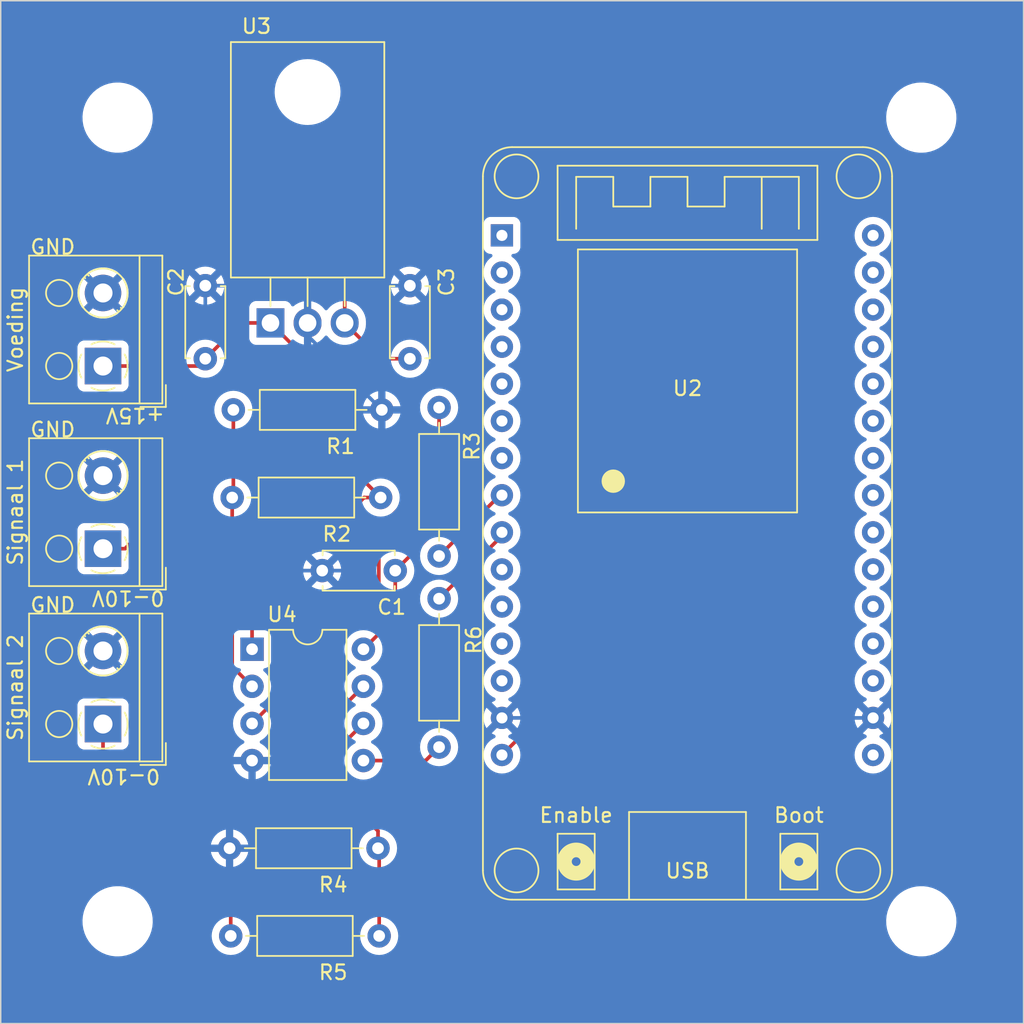
<source format=kicad_pcb>
(kicad_pcb (version 20221018) (generator pcbnew)
  (title_block (title "Afzuiging ESP32") (date "2023-02-24") (rev "0"))
  (layers (0 "F.Cu" signal) (31 "B.Cu" signal) (34 "B.Paste" user) (35 "F.Paste" user) (36 "B.SilkS" user "B.Silkscreen") (37 "F.SilkS" user "F.Silkscreen") (38 "B.Mask" user) (39 "F.Mask" user) (44 "Edge.Cuts" user))
  (net 0 "")
  (net 1 "+15V")
  (net 2 "GND")
  (net 3 "+5V")
  (net 4 "Net-(J2-Pin_1)")
  (net 5 "Net-(J3-Pin_1)")
  (net 6 "Net-(U4A--)")
  (net 7 "Net-(U2-IO25)")
  (net 8 "Net-(U4A-+)")
  (net 9 "Net-(U4B--)")
  (net 17 "Net-(U2-IO26)")
  (net 36 "Net-(U4B-+)")
  (footprint "MountingHole:MountingHole_4.3mm_M4" (layer "F.Cu") (at 87 83)
    (fp_text reference "REF**" hide)
    (fp_text value "MountingHole_4.3mm_M4" hide)
    (pad "" np_thru_hole circle (at 0 0) (size 4.3 4.3) (drill 4.3) (layers "*.Cu" "*.Mask"))
  )
  (footprint "TerminalBlock_RND:TerminalBlock_RND_205-00001_1x02_P5.00mm_Horizontal" (layer "F.Cu") (at 31 45 90)
    (fp_text reference "J1" hide)
    (fp_text value "Voeding" (at 2.5 -6 90) (layer "F.SilkS"))
    (fp_line (start -2.8 2.56) (end -2.8 4.3) (stroke (width 0.12)) (layer "F.SilkS"))
    (fp_line (start -2.8 4.3) (end -1.3 4.3) (stroke (width 0.12)) (layer "F.SilkS"))
    (fp_line (start -2.56 -5.06) (end -2.56 4.06) (stroke (width 0.12)) (layer "F.SilkS"))
    (fp_line (start -2.56 -5.06) (end 7.56 -5.06) (stroke (width 0.12)) (layer "F.SilkS"))
    (fp_line (start -2.56 2.5) (end 7.56 2.5) (stroke (width 0.12)) (layer "F.SilkS"))
    (fp_line (start -2.56 4.06) (end 7.56 4.06) (stroke (width 0.12)) (layer "F.SilkS"))
    (fp_line (start 3.82 0.976) (end 3.726 1.069) (stroke (width 0.12)) (layer "F.SilkS"))
    (fp_line (start 3.99 1.216) (end 3.931 1.274) (stroke (width 0.12)) (layer "F.SilkS"))
    (fp_line (start 6.07 -1.275) (end 6.011 -1.216) (stroke (width 0.12)) (layer "F.SilkS"))
    (fp_line (start 6.275 -1.069) (end 6.181 -0.976) (stroke (width 0.12)) (layer "F.SilkS"))
    (fp_line (start 7.56 -5.06) (end 7.56 4.06) (stroke (width 0.12)) (layer "F.SilkS"))
    (fp_arc (start -1.483953 0.789089) (mid -1.680708 0.00005) (end -1.484 -0.789) (stroke (width 0.12)) (layer "F.SilkS"))
    (fp_arc (start -0.789089 -1.483953) (mid -0.00005 -1.680708) (end 0.789 -1.484) (stroke (width 0.12)) (layer "F.SilkS"))
    (fp_arc (start 0.029383 1.68045) (mid -0.392304 1.634281) (end -0.789 1.484) (stroke (width 0.12)) (layer "F.SilkS"))
    (fp_arc (start 0.788712 1.483352) (mid 0.406429 1.630097) (end 0 1.68) (stroke (width 0.12)) (layer "F.SilkS"))
    (fp_arc (start 1.483953 -0.789089) (mid 1.680708 -0.00005) (end 1.484 0.789) (stroke (width 0.12)) (layer "F.SilkS"))
    (fp_circle (center 0 -3) (end 0.9 -3) (stroke (width 0.12)) (fill none) (layer "F.SilkS"))
    (fp_circle (center 5 -3) (end 5.9 -3) (stroke (width 0.12)) (fill none) (layer "F.SilkS"))
    (fp_circle (center 5 0) (end 6.68 0) (stroke (width 0.12)) (fill none) (layer "F.SilkS"))
    (pad "1" thru_hole rect (at 0 0 90) (size 2.5 2.5) (drill 1.3) (layers "*.Cu" "*.Mask") (net 1 "+15V"))
    (pad "2" thru_hole circle (at 5 0 90) (size 2.5 2.5) (drill 1.3) (layers "*.Cu" "*.Mask") (net 2 "GND"))
  )
  (footprint "Resistor_THT:R_Axial_DIN0207_L6.3mm_D2.5mm_P10.16mm_Horizontal" (layer "F.Cu") (at 54 58 90)
    (fp_text reference "R3" (at 7.5 2.25 90) (layer "F.SilkS"))
    (fp_text value "10K")
    (fp_line (start 1.04 0) (end 1.81 0) (stroke (width 0.12)) (layer "F.SilkS"))
    (fp_line (start 1.81 -1.37) (end 1.81 1.37) (stroke (width 0.12)) (layer "F.SilkS"))
    (fp_line (start 1.81 1.37) (end 8.35 1.37) (stroke (width 0.12)) (layer "F.SilkS"))
    (fp_line (start 8.35 -1.37) (end 1.81 -1.37) (stroke (width 0.12)) (layer "F.SilkS"))
    (fp_line (start 8.35 1.37) (end 8.35 -1.37) (stroke (width 0.12)) (layer "F.SilkS"))
    (fp_line (start 9.12 0) (end 8.35 0) (stroke (width 0.12)) (layer "F.SilkS"))
    (pad "1" thru_hole circle (at 0 0 90) (size 1.6 1.6) (drill 0.8) (layers "*.Cu" "*.Mask") (net 7 "Net-(U2-IO25)"))
    (pad "2" thru_hole oval (at 10.16 0 90) (size 1.6 1.6) (drill 0.8) (layers "*.Cu" "*.Mask") (net 8 "Net-(U4A-+)"))
  )
  (footprint "MountingHole:MountingHole_4.3mm_M4" (layer "F.Cu") (at 32 83)
    (fp_text reference "REF**" hide)
    (fp_text value "MountingHole_4.3mm_M4" hide)
    (pad "" np_thru_hole circle (at 0 0) (size 4.3 4.3) (drill 4.3) (layers "*.Cu" "*.Mask"))
  )
  (footprint "TerminalBlock_RND:TerminalBlock_RND_205-00001_1x02_P5.00mm_Horizontal" (layer "F.Cu") (at 31 69.5 90)
    (fp_text reference "J3" hide)
    (fp_text value "Signaal 2" (at 2.5 -6 90) (layer "F.SilkS"))
    (fp_line (start -2.8 2.56) (end -2.8 4.3) (stroke (width 0.12)) (layer "F.SilkS"))
    (fp_line (start -2.8 4.3) (end -1.3 4.3) (stroke (width 0.12)) (layer "F.SilkS"))
    (fp_line (start -2.56 -5.06) (end -2.56 4.06) (stroke (width 0.12)) (layer "F.SilkS"))
    (fp_line (start -2.56 -5.06) (end 7.56 -5.06) (stroke (width 0.12)) (layer "F.SilkS"))
    (fp_line (start -2.56 2.5) (end 7.56 2.5) (stroke (width 0.12)) (layer "F.SilkS"))
    (fp_line (start -2.56 4.06) (end 7.56 4.06) (stroke (width 0.12)) (layer "F.SilkS"))
    (fp_line (start 3.82 0.976) (end 3.726 1.069) (stroke (width 0.12)) (layer "F.SilkS"))
    (fp_line (start 3.99 1.216) (end 3.931 1.274) (stroke (width 0.12)) (layer "F.SilkS"))
    (fp_line (start 6.07 -1.275) (end 6.011 -1.216) (stroke (width 0.12)) (layer "F.SilkS"))
    (fp_line (start 6.275 -1.069) (end 6.181 -0.976) (stroke (width 0.12)) (layer "F.SilkS"))
    (fp_line (start 7.56 -5.06) (end 7.56 4.06) (stroke (width 0.12)) (layer "F.SilkS"))
    (fp_arc (start -1.483953 0.789089) (mid -1.680708 0.00005) (end -1.484 -0.789) (stroke (width 0.12)) (layer "F.SilkS"))
    (fp_arc (start -0.789089 -1.483953) (mid -0.00005 -1.680708) (end 0.789 -1.484) (stroke (width 0.12)) (layer "F.SilkS"))
    (fp_arc (start 0.029383 1.68045) (mid -0.392304 1.634281) (end -0.789 1.484) (stroke (width 0.12)) (layer "F.SilkS"))
    (fp_arc (start 0.788712 1.483352) (mid 0.406429 1.630097) (end 0 1.68) (stroke (width 0.12)) (layer "F.SilkS"))
    (fp_arc (start 1.483953 -0.789089) (mid 1.680708 -0.00005) (end 1.484 0.789) (stroke (width 0.12)) (layer "F.SilkS"))
    (fp_circle (center 0 -3) (end 0.9 -3) (stroke (width 0.12)) (fill none) (layer "F.SilkS"))
    (fp_circle (center 5 -3) (end 5.9 -3) (stroke (width 0.12)) (fill none) (layer "F.SilkS"))
    (fp_circle (center 5 0) (end 6.68 0) (stroke (width 0.12)) (fill none) (layer "F.SilkS"))
    (pad "1" thru_hole rect (at 0 0 90) (size 2.5 2.5) (drill 1.3) (layers "*.Cu" "*.Mask") (net 5 "Net-(J3-Pin_1)"))
    (pad "2" thru_hole circle (at 5 0 90) (size 2.5 2.5) (drill 1.3) (layers "*.Cu" "*.Mask") (net 2 "GND"))
  )
  (footprint "Resistor_THT:R_Axial_DIN0207_L6.3mm_D2.5mm_P10.16mm_Horizontal" (layer "F.Cu") (at 49.82 78 180)
    (fp_text reference "R4" (at 3.07 -2.5) (layer "F.SilkS"))
    (fp_text value "10K")
    (fp_line (start 1.04 0) (end 1.81 0) (stroke (width 0.12)) (layer "F.SilkS"))
    (fp_line (start 1.81 -1.37) (end 1.81 1.37) (stroke (width 0.12)) (layer "F.SilkS"))
    (fp_line (start 1.81 1.37) (end 8.35 1.37) (stroke (width 0.12)) (layer "F.SilkS"))
    (fp_line (start 8.35 -1.37) (end 1.81 -1.37) (stroke (width 0.12)) (layer "F.SilkS"))
    (fp_line (start 8.35 1.37) (end 8.35 -1.37) (stroke (width 0.12)) (layer "F.SilkS"))
    (fp_line (start 9.12 0) (end 8.35 0) (stroke (width 0.12)) (layer "F.SilkS"))
    (pad "1" thru_hole circle (at 0 0 180) (size 1.6 1.6) (drill 0.8) (layers "*.Cu" "*.Mask") (net 9 "Net-(U4B--)"))
    (pad "2" thru_hole oval (at 10.16 0 180) (size 1.6 1.6) (drill 0.8) (layers "*.Cu" "*.Mask") (net 2 "GND"))
  )
  (footprint "Resistor_THT:R_Axial_DIN0207_L6.3mm_D2.5mm_P10.16mm_Horizontal" (layer "F.Cu") (at 39.92 48)
    (fp_text reference "R1" (at 7.33 2.5) (layer "F.SilkS"))
    (fp_text value "10K")
    (fp_line (start 1.04 0) (end 1.81 0) (stroke (width 0.12)) (layer "F.SilkS"))
    (fp_line (start 1.81 -1.37) (end 1.81 1.37) (stroke (width 0.12)) (layer "F.SilkS"))
    (fp_line (start 1.81 1.37) (end 8.35 1.37) (stroke (width 0.12)) (layer "F.SilkS"))
    (fp_line (start 8.35 -1.37) (end 1.81 -1.37) (stroke (width 0.12)) (layer "F.SilkS"))
    (fp_line (start 8.35 1.37) (end 8.35 -1.37) (stroke (width 0.12)) (layer "F.SilkS"))
    (fp_line (start 9.12 0) (end 8.35 0) (stroke (width 0.12)) (layer "F.SilkS"))
    (pad "1" thru_hole circle (at 0 0) (size 1.6 1.6) (drill 0.8) (layers "*.Cu" "*.Mask") (net 6 "Net-(U4A--)"))
    (pad "2" thru_hole oval (at 10.16 0) (size 1.6 1.6) (drill 0.8) (layers "*.Cu" "*.Mask") (net 2 "GND"))
  )
  (footprint "Package_DIP:DIP-8_W7.62mm" (layer "F.Cu") (at 41.2 64.38)
    (fp_text reference "U4" (at 2.05 -2.38) (layer "F.SilkS"))
    (fp_text value "NE5532N")
    (fp_line (start 1.16 -1.33) (end 1.16 8.95) (stroke (width 0.12)) (layer "F.SilkS"))
    (fp_line (start 1.16 8.95) (end 6.46 8.95) (stroke (width 0.12)) (layer "F.SilkS"))
    (fp_line (start 2.81 -1.33) (end 1.16 -1.33) (stroke (width 0.12)) (layer "F.SilkS"))
    (fp_line (start 6.46 -1.33) (end 4.81 -1.33) (stroke (width 0.12)) (layer "F.SilkS"))
    (fp_line (start 6.46 8.95) (end 6.46 -1.33) (stroke (width 0.12)) (layer "F.SilkS"))
    (fp_arc (start 4.81 -1.33) (mid 3.81 -0.33) (end 2.81 -1.33) (stroke (width 0.12)) (layer "F.SilkS"))
    (pad "1" thru_hole rect (at 0 0) (size 1.6 1.6) (drill 0.8) (layers "*.Cu" "*.Mask") (net 4 "Net-(J2-Pin_1)"))
    (pad "2" thru_hole oval (at 0 2.54) (size 1.6 1.6) (drill 0.8) (layers "*.Cu" "*.Mask") (net 6 "Net-(U4A--)"))
    (pad "3" thru_hole oval (at 0 5.08) (size 1.6 1.6) (drill 0.8) (layers "*.Cu" "*.Mask") (net 8 "Net-(U4A-+)"))
    (pad "4" thru_hole oval (at 0 7.62) (size 1.6 1.6) (drill 0.8) (layers "*.Cu" "*.Mask") (net 2 "GND"))
    (pad "5" thru_hole oval (at 7.62 7.62) (size 1.6 1.6) (drill 0.8) (layers "*.Cu" "*.Mask") (net 36 "Net-(U4B-+)"))
    (pad "6" thru_hole oval (at 7.62 5.08) (size 1.6 1.6) (drill 0.8) (layers "*.Cu" "*.Mask") (net 9 "Net-(U4B--)"))
    (pad "7" thru_hole oval (at 7.62 2.54) (size 1.6 1.6) (drill 0.8) (layers "*.Cu" "*.Mask") (net 5 "Net-(J3-Pin_1)"))
    (pad "8" thru_hole oval (at 7.62 0) (size 1.6 1.6) (drill 0.8) (layers "*.Cu" "*.Mask") (net 1 "+15V"))
  )
  (footprint "Capacitor_THT:C_Disc_D4.7mm_W2.5mm_P5.00mm" (layer "F.Cu") (at 38 44.5 90)
    (fp_text reference "C2" (at 5.25 -2 90) (layer "F.SilkS"))
    (fp_text value "0.1uF")
    (fp_line (start 0.03 -1.37) (end 0.03 -1.055) (stroke (width 0.12)) (layer "F.SilkS"))
    (fp_line (start 0.03 -1.37) (end 4.97 -1.37) (stroke (width 0.12)) (layer "F.SilkS"))
    (fp_line (start 0.03 1.055) (end 0.03 1.37) (stroke (width 0.12)) (layer "F.SilkS"))
    (fp_line (start 0.03 1.37) (end 4.97 1.37) (stroke (width 0.12)) (layer "F.SilkS"))
    (fp_line (start 4.97 -1.37) (end 4.97 -1.055) (stroke (width 0.12)) (layer "F.SilkS"))
    (fp_line (start 4.97 1.055) (end 4.97 1.37) (stroke (width 0.12)) (layer "F.SilkS"))
    (pad "1" thru_hole circle (at 0 0 90) (size 1.6 1.6) (drill 0.8) (layers "*.Cu" "*.Mask") (net 1 "+15V"))
    (pad "2" thru_hole circle (at 5 0 90) (size 1.6 1.6) (drill 0.8) (layers "*.Cu" "*.Mask") (net 2 "GND"))
  )
  (footprint "TerminalBlock_RND:TerminalBlock_RND_205-00001_1x02_P5.00mm_Horizontal" (layer "F.Cu") (at 31 57.5 90)
    (fp_text reference "J2" hide)
    (fp_text value "Signaal 1" (at 2.5 -6 90) (layer "F.SilkS"))
    (fp_line (start -2.8 2.56) (end -2.8 4.3) (stroke (width 0.12)) (layer "F.SilkS"))
    (fp_line (start -2.8 4.3) (end -1.3 4.3) (stroke (width 0.12)) (layer "F.SilkS"))
    (fp_line (start -2.56 -5.06) (end -2.56 4.06) (stroke (width 0.12)) (layer "F.SilkS"))
    (fp_line (start -2.56 -5.06) (end 7.56 -5.06) (stroke (width 0.12)) (layer "F.SilkS"))
    (fp_line (start -2.56 2.5) (end 7.56 2.5) (stroke (width 0.12)) (layer "F.SilkS"))
    (fp_line (start -2.56 4.06) (end 7.56 4.06) (stroke (width 0.12)) (layer "F.SilkS"))
    (fp_line (start 3.82 0.976) (end 3.726 1.069) (stroke (width 0.12)) (layer "F.SilkS"))
    (fp_line (start 3.99 1.216) (end 3.931 1.274) (stroke (width 0.12)) (layer "F.SilkS"))
    (fp_line (start 6.07 -1.275) (end 6.011 -1.216) (stroke (width 0.12)) (layer "F.SilkS"))
    (fp_line (start 6.275 -1.069) (end 6.181 -0.976) (stroke (width 0.12)) (layer "F.SilkS"))
    (fp_line (start 7.56 -5.06) (end 7.56 4.06) (stroke (width 0.12)) (layer "F.SilkS"))
    (fp_arc (start -1.483953 0.789089) (mid -1.680708 0.00005) (end -1.484 -0.789) (stroke (width 0.12)) (layer "F.SilkS"))
    (fp_arc (start -0.789089 -1.483953) (mid -0.00005 -1.680708) (end 0.789 -1.484) (stroke (width 0.12)) (layer "F.SilkS"))
    (fp_arc (start 0.029383 1.68045) (mid -0.392304 1.634281) (end -0.789 1.484) (stroke (width 0.12)) (layer "F.SilkS"))
    (fp_arc (start 0.788712 1.483352) (mid 0.406429 1.630097) (end 0 1.68) (stroke (width 0.12)) (layer "F.SilkS"))
    (fp_arc (start 1.483953 -0.789089) (mid 1.680708 -0.00005) (end 1.484 0.789) (stroke (width 0.12)) (layer "F.SilkS"))
    (fp_circle (center 0 -3) (end 0.9 -3) (stroke (width 0.12)) (fill none) (layer "F.SilkS"))
    (fp_circle (center 5 -3) (end 5.9 -3) (stroke (width 0.12)) (fill none) (layer "F.SilkS"))
    (fp_circle (center 5 0) (end 6.68 0) (stroke (width 0.12)) (fill none) (layer "F.SilkS"))
    (pad "1" thru_hole rect (at 0 0 90) (size 2.5 2.5) (drill 1.3) (layers "*.Cu" "*.Mask") (net 4 "Net-(J2-Pin_1)"))
    (pad "2" thru_hole circle (at 5 0 90) (size 2.5 2.5) (drill 1.3) (layers "*.Cu" "*.Mask") (net 2 "GND"))
  )
  (footprint "ESP32_DevKit_V1_DOIT:esp32_devkit_v1_doit" (layer "F.Cu") (at 71 36.06)
    (fp_text reference "U2" (at 0 10.47) (layer "F.SilkS"))
    (fp_text value "ESP32_DevKit_V1_DOIT")
    (fp_text user "Boot" (at 7.62 39.68) (layer "F.SilkS"))
    (fp_text user "Enable" (at -7.62 39.68) (layer "F.SilkS"))
    (fp_text user "USB" (at 0 43.49) (layer "F.SilkS"))
    (fp_line (start -14 -4.04) (end -14 43.46) (stroke (width 0.12)) (layer "F.SilkS"))
    (fp_line (start -12 -6.04) (end 12 -6.04) (stroke (width 0.12)) (layer "F.SilkS"))
    (fp_line (start -12 45.46) (end 12 45.46) (stroke (width 0.12)) (layer "F.SilkS"))
    (fp_line (start -8.89 -4.77) (end 8.89 -4.77) (stroke (width 0.12)) (layer "F.SilkS"))
    (fp_line (start -8.89 0.31) (end -8.89 -4.77) (stroke (width 0.12)) (layer "F.SilkS"))
    (fp_line (start -8.89 40.95) (end -6.35 40.95) (stroke (width 0.12)) (layer "F.SilkS"))
    (fp_line (start -8.89 44.76) (end -8.89 40.95) (stroke (width 0.12)) (layer "F.SilkS"))
    (fp_line (start -7.62 -4.008) (end -5.08 -4.008) (stroke (width 0.12)) (layer "F.SilkS"))
    (fp_line (start -7.62 -0.452) (end -7.62 -4.008) (stroke (width 0.12)) (layer "F.SilkS"))
    (fp_line (start -7.5 0.96) (end 7.5 0.96) (stroke (width 0.12)) (layer "F.SilkS"))
    (fp_line (start -7.5 18.96) (end -7.5 0.96) (stroke (width 0.12)) (layer "F.SilkS"))
    (fp_line (start -6.35 40.95) (end -6.35 44.76) (stroke (width 0.12)) (layer "F.SilkS"))
    (fp_line (start -6.35 44.76) (end -8.89 44.76) (stroke (width 0.12)) (layer "F.SilkS"))
    (fp_line (start -5.08 -4.008) (end -5.08 -1.976) (stroke (width 0.12)) (layer "F.SilkS"))
    (fp_line (start -5.08 -1.976) (end -2.54 -1.976) (stroke (width 0.12)) (layer "F.SilkS"))
    (fp_line (start -4 39.46) (end -4 45.46) (stroke (width 0.12)) (layer "F.SilkS"))
    (fp_line (start -4 39.46) (end 4 39.46) (stroke (width 0.12)) (layer "F.SilkS"))
    (fp_line (start -2.54 -4.008) (end 0 -4.008) (stroke (width 0.12)) (layer "F.SilkS"))
    (fp_line (start -2.54 -1.976) (end -2.54 -4.008) (stroke (width 0.12)) (layer "F.SilkS"))
    (fp_line (start 0 -4.008) (end 0 -1.976) (stroke (width 0.12)) (layer "F.SilkS"))
    (fp_line (start 0 -1.976) (end 2.54 -1.976) (stroke (width 0.12)) (layer "F.SilkS"))
    (fp_line (start 2.54 -4.008) (end 7.62 -4.008) (stroke (width 0.12)) (layer "F.SilkS"))
    (fp_line (start 2.54 -1.976) (end 2.54 -4.008) (stroke (width 0.12)) (layer "F.SilkS"))
    (fp_line (start 4 39.46) (end 4 45.46) (stroke (width 0.12)) (layer "F.SilkS"))
    (fp_line (start 5.08 -4.008) (end 5.08 -0.452) (stroke (width 0.12)) (layer "F.SilkS"))
    (fp_line (start 6.35 40.95) (end 8.89 40.95) (stroke (width 0.12)) (layer "F.SilkS"))
    (fp_line (start 6.35 44.76) (end 6.35 40.95) (stroke (width 0.12)) (layer "F.SilkS"))
    (fp_line (start 7.5 0.96) (end 7.5 18.96) (stroke (width 0.12)) (layer "F.SilkS"))
    (fp_line (start 7.5 18.96) (end -7.5 18.96) (stroke (width 0.12)) (layer "F.SilkS"))
    (fp_line (start 7.62 -4.008) (end 7.62 -0.452) (stroke (width 0.12)) (layer "F.SilkS"))
    (fp_line (start 8.89 -4.77) (end 8.89 0.31) (stroke (width 0.12)) (layer "F.SilkS"))
    (fp_line (start 8.89 0.31) (end -8.89 0.31) (stroke (width 0.12)) (layer "F.SilkS"))
    (fp_line (start 8.89 40.95) (end 8.89 44.76) (stroke (width 0.12)) (layer "F.SilkS"))
    (fp_line (start 8.89 44.76) (end 6.35 44.76) (stroke (width 0.12)) (layer "F.SilkS"))
    (fp_line (start 14 43.46) (end 14 -4.04) (stroke (width 0.12)) (layer "F.SilkS"))
    (fp_arc (start -14 -4.04) (mid -13.414214 -5.454214) (end -12 -6.04) (stroke (width 0.12)) (layer "F.SilkS"))
    (fp_arc (start -12 45.46) (mid -13.414214 44.874214) (end -14 43.46) (stroke (width 0.12)) (layer "F.SilkS"))
    (fp_arc (start 12 -6.04) (mid 13.414214 -5.454214) (end 14 -4.04) (stroke (width 0.12)) (layer "F.SilkS"))
    (fp_arc (start 14 43.46) (mid 13.414214 44.874214) (end 12 45.46) (stroke (width 0.12)) (layer "F.SilkS"))
    (fp_circle (center -11.7 -4.04) (end -10.2 -4.04) (stroke (width 0.12)) (fill none) (layer "F.SilkS"))
    (fp_circle (center -11.7 43.46) (end -10.2 43.46) (stroke (width 0.12)) (fill none) (layer "F.SilkS"))
    (fp_circle (center -7.62 42.855) (end -7.32 42.855) (stroke (width 1)) (fill none) (layer "F.SilkS"))
    (fp_circle (center -5.08 16.82) (end -4.68 16.82) (stroke (width 0.8)) (fill none) (layer "F.SilkS"))
    (fp_circle (center 7.62 42.855) (end 7.92 42.855) (stroke (width 1)) (fill none) (layer "F.SilkS"))
    (fp_circle (center 11.7 -4.04) (end 13.2 -4.04) (stroke (width 0.12)) (fill none) (layer "F.SilkS"))
    (fp_circle (center 11.7 43.46) (end 13.2 43.46) (stroke (width 0.12)) (fill none) (layer "F.SilkS"))
    (pad "1" thru_hole rect (at -12.7 0) (size 1.524 1.524) (drill 0.762) (layers "*.Cu" "*.Mask"))
    (pad "2" thru_hole circle (at -12.7 2.54) (size 1.524 1.524) (drill 0.762) (layers "*.Cu" "*.Mask"))
    (pad "3" thru_hole circle (at -12.7 5.08) (size 1.524 1.524) (drill 0.762) (layers "*.Cu" "*.Mask"))
    (pad "4" thru_hole circle (at -12.7 7.62) (size 1.524 1.524) (drill 0.762) (layers "*.Cu" "*.Mask"))
    (pad "5" thru_hole circle (at -12.7 10.16) (size 1.524 1.524) (drill 0.762) (layers "*.Cu" "*.Mask"))
    (pad "6" thru_hole circle (at -12.7 12.7) (size 1.524 1.524) (drill 0.762) (layers "*.Cu" "*.Mask"))
    (pad "7" thru_hole circle (at -12.7 15.24) (size 1.524 1.524) (drill 0.762) (layers "*.Cu" "*.Mask"))
    (pad "8" thru_hole circle (at -12.7 17.78) (size 1.524 1.524) (drill 0.762) (layers "*.Cu" "*.Mask") (net 7 "Net-(U2-IO25)"))
    (pad "9" thru_hole circle (at -12.7 20.32) (size 1.524 1.524) (drill 0.762) (layers "*.Cu" "*.Mask") (net 17 "Net-(U2-IO26)"))
    (pad "10" thru_hole circle (at -12.7 22.86) (size 1.524 1.524) (drill 0.762) (layers "*.Cu" "*.Mask"))
    (pad "11" thru_hole circle (at -12.7 25.4) (size 1.524 1.524) (drill 0.762) (layers "*.Cu" "*.Mask"))
    (pad "12" thru_hole circle (at -12.7 27.94) (size 1.524 1.524) (drill 0.762) (layers "*.Cu" "*.Mask"))
    (pad "13" thru_hole circle (at -12.7 30.48) (size 1.524 1.524) (drill 0.762) (layers "*.Cu" "*.Mask"))
    (pad "14" thru_hole circle (at -12.7 33.02) (size 1.524 1.524) (drill 0.762) (layers "*.Cu" "*.Mask") (net 2 "GND"))
    (pad "15" thru_hole circle (at -12.7 35.56) (size 1.524 1.524) (drill 0.762) (layers "*.Cu" "*.Mask") (net 3 "+5V"))
    (pad "16" thru_hole circle (at 12.7 35.56) (size 1.524 1.524) (drill 0.762) (layers "*.Cu" "*.Mask"))
    (pad "17" thru_hole circle (at 12.7 33.02) (size 1.524 1.524) (drill 0.762) (layers "*.Cu" "*.Mask") (net 2 "GND"))
    (pad "18" thru_hole circle (at 12.7 30.48) (size 1.524 1.524) (drill 0.762) (layers "*.Cu" "*.Mask"))
    (pad "19" thru_hole circle (at 12.7 27.94) (size 1.524 1.524) (drill 0.762) (layers "*.Cu" "*.Mask"))
    (pad "20" thru_hole circle (at 12.7 25.4) (size 1.524 1.524) (drill 0.762) (layers "*.Cu" "*.Mask"))
    (pad "21" thru_hole circle (at 12.7 22.86) (size 1.524 1.524) (drill 0.762) (layers "*.Cu" "*.Mask"))
    (pad "22" thru_hole circle (at 12.7 20.32) (size 1.524 1.524) (drill 0.762) (layers "*.Cu" "*.Mask"))
    (pad "23" thru_hole circle (at 12.7 17.78) (size 1.524 1.524) (drill 0.762) (layers "*.Cu" "*.Mask"))
    (pad "24" thru_hole circle (at 12.7 15.24) (size 1.524 1.524) (drill 0.762) (layers "*.Cu" "*.Mask"))
    (pad "25" thru_hole circle (at 12.7 12.7) (size 1.524 1.524) (drill 0.762) (layers "*.Cu" "*.Mask"))
    (pad "26" thru_hole circle (at 12.7 10.16) (size 1.524 1.524) (drill 0.762) (layers "*.Cu" "*.Mask"))
    (pad "27" thru_hole circle (at 12.7 7.62) (size 1.524 1.524) (drill 0.762) (layers "*.Cu" "*.Mask"))
    (pad "28" thru_hole circle (at 12.7 5.08) (size 1.524 1.524) (drill 0.762) (layers "*.Cu" "*.Mask"))
    (pad "29" thru_hole circle (at 12.7 2.54) (size 1.524 1.524) (drill 0.762) (layers "*.Cu" "*.Mask"))
    (pad "30" thru_hole circle (at 12.7 0) (size 1.524 1.524) (drill 0.762) (layers "*.Cu" "*.Mask"))
  )
  (footprint "Resistor_THT:R_Axial_DIN0207_L6.3mm_D2.5mm_P10.16mm_Horizontal" (layer "F.Cu") (at 50 54 180)
    (fp_text reference "R2" (at 3 -2.5) (layer "F.SilkS"))
    (fp_text value "20K")
    (fp_line (start 1.04 0) (end 1.81 0) (stroke (width 0.12)) (layer "F.SilkS"))
    (fp_line (start 1.81 -1.37) (end 1.81 1.37) (stroke (width 0.12)) (layer "F.SilkS"))
    (fp_line (start 1.81 1.37) (end 8.35 1.37) (stroke (width 0.12)) (layer "F.SilkS"))
    (fp_line (start 8.35 -1.37) (end 1.81 -1.37) (stroke (width 0.12)) (layer "F.SilkS"))
    (fp_line (start 8.35 1.37) (end 8.35 -1.37) (stroke (width 0.12)) (layer "F.SilkS"))
    (fp_line (start 9.12 0) (end 8.35 0) (stroke (width 0.12)) (layer "F.SilkS"))
    (pad "1" thru_hole circle (at 0 0 180) (size 1.6 1.6) (drill 0.8) (layers "*.Cu" "*.Mask") (net 4 "Net-(J2-Pin_1)"))
    (pad "2" thru_hole oval (at 10.16 0 180) (size 1.6 1.6) (drill 0.8) (layers "*.Cu" "*.Mask") (net 6 "Net-(U4A--)"))
  )
  (footprint "Capacitor_THT:C_Disc_D4.7mm_W2.5mm_P5.00mm" (layer "F.Cu") (at 52 44.5 90)
    (fp_text reference "C3" (at 5.25 2.5 90) (layer "F.SilkS"))
    (fp_text value "0.1uF")
    (fp_line (start 0.03 -1.37) (end 0.03 -1.055) (stroke (width 0.12)) (layer "F.SilkS"))
    (fp_line (start 0.03 -1.37) (end 4.97 -1.37) (stroke (width 0.12)) (layer "F.SilkS"))
    (fp_line (start 0.03 1.055) (end 0.03 1.37) (stroke (width 0.12)) (layer "F.SilkS"))
    (fp_line (start 0.03 1.37) (end 4.97 1.37) (stroke (width 0.12)) (layer "F.SilkS"))
    (fp_line (start 4.97 -1.37) (end 4.97 -1.055) (stroke (width 0.12)) (layer "F.SilkS"))
    (fp_line (start 4.97 1.055) (end 4.97 1.37) (stroke (width 0.12)) (layer "F.SilkS"))
    (pad "1" thru_hole circle (at 0 0 90) (size 1.6 1.6) (drill 0.8) (layers "*.Cu" "*.Mask") (net 3 "+5V"))
    (pad "2" thru_hole circle (at 5 0 90) (size 1.6 1.6) (drill 0.8) (layers "*.Cu" "*.Mask") (net 2 "GND"))
  )
  (footprint "Package_TO_SOT_THT:TO-220F-3_Horizontal_TabDown" (layer "F.Cu") (at 42.46 42.05)
    (fp_text reference "U3" (at -0.96 -20.3) (layer "F.SilkS"))
    (fp_text value "L7805")
    (fp_line (start -2.71 -19.22) (end -2.71 -3.11) (stroke (width 0.12)) (layer "F.SilkS"))
    (fp_line (start -2.71 -19.22) (end 7.79 -19.22) (stroke (width 0.12)) (layer "F.SilkS"))
    (fp_line (start -2.71 -3.11) (end 7.79 -3.11) (stroke (width 0.12)) (layer "F.SilkS"))
    (fp_line (start 0 -3.11) (end 0 -1.15) (stroke (width 0.12)) (layer "F.SilkS"))
    (fp_line (start 2.54 -3.11) (end 2.54 -1.15) (stroke (width 0.12)) (layer "F.SilkS"))
    (fp_line (start 5.08 -3.11) (end 5.08 -1.15) (stroke (width 0.12)) (layer "F.SilkS"))
    (fp_line (start 7.79 -19.22) (end 7.79 -3.11) (stroke (width 0.12)) (layer "F.SilkS"))
    (pad "" np_thru_hole oval (at 2.54 -15.8) (size 3.5 3.5) (drill 3.5) (layers "*.Cu" "*.Mask"))
    (pad "1" thru_hole rect (at 0 0) (size 1.905 2) (drill 1.2) (layers "*.Cu" "*.Mask") (net 1 "+15V"))
    (pad "2" thru_hole oval (at 2.54 0) (size 1.905 2) (drill 1.2) (layers "*.Cu" "*.Mask") (net 2 "GND"))
    (pad "3" thru_hole oval (at 5.08 0) (size 1.905 2) (drill 1.2) (layers "*.Cu" "*.Mask") (net 3 "+5V"))
  )
  (footprint "Resistor_THT:R_Axial_DIN0207_L6.3mm_D2.5mm_P10.16mm_Horizontal" (layer "F.Cu") (at 54 60.92 -90)
    (fp_text reference "R6" (at 2.83 -2.37 90) (layer "F.SilkS"))
    (fp_text value "10K")
    (fp_line (start 1.04 0) (end 1.81 0) (stroke (width 0.12)) (layer "F.SilkS"))
    (fp_line (start 1.81 -1.37) (end 1.81 1.37) (stroke (width 0.12)) (layer "F.SilkS"))
    (fp_line (start 1.81 1.37) (end 8.35 1.37) (stroke (width 0.12)) (layer "F.SilkS"))
    (fp_line (start 8.35 -1.37) (end 1.81 -1.37) (stroke (width 0.12)) (layer "F.SilkS"))
    (fp_line (start 8.35 1.37) (end 8.35 -1.37) (stroke (width 0.12)) (layer "F.SilkS"))
    (fp_line (start 9.12 0) (end 8.35 0) (stroke (width 0.12)) (layer "F.SilkS"))
    (pad "1" thru_hole circle (at 0 0 270) (size 1.6 1.6) (drill 0.8) (layers "*.Cu" "*.Mask") (net 17 "Net-(U2-IO26)"))
    (pad "2" thru_hole oval (at 10.16 0 270) (size 1.6 1.6) (drill 0.8) (layers "*.Cu" "*.Mask") (net 36 "Net-(U4B-+)"))
  )
  (footprint "MountingHole:MountingHole_4.3mm_M4" (layer "F.Cu") (at 87 28)
    (fp_text reference "REF**" hide)
    (fp_text value "MountingHole_4.3mm_M4" hide)
    (pad "" np_thru_hole circle (at 0 0) (size 4.3 4.3) (drill 4.3) (layers "*.Cu" "*.Mask"))
  )
  (footprint "Resistor_THT:R_Axial_DIN0207_L6.3mm_D2.5mm_P10.16mm_Horizontal" (layer "F.Cu") (at 39.74 84)
    (fp_text reference "R5" (at 7.01 2.5) (layer "F.SilkS"))
    (fp_text value "20K")
    (fp_line (start 1.04 0) (end 1.81 0) (stroke (width 0.12)) (layer "F.SilkS"))
    (fp_line (start 1.81 -1.37) (end 1.81 1.37) (stroke (width 0.12)) (layer "F.SilkS"))
    (fp_line (start 1.81 1.37) (end 8.35 1.37) (stroke (width 0.12)) (layer "F.SilkS"))
    (fp_line (start 8.35 -1.37) (end 1.81 -1.37) (stroke (width 0.12)) (layer "F.SilkS"))
    (fp_line (start 8.35 1.37) (end 8.35 -1.37) (stroke (width 0.12)) (layer "F.SilkS"))
    (fp_line (start 9.12 0) (end 8.35 0) (stroke (width 0.12)) (layer "F.SilkS"))
    (pad "1" thru_hole circle (at 0 0) (size 1.6 1.6) (drill 0.8) (layers "*.Cu" "*.Mask") (net 5 "Net-(J3-Pin_1)"))
    (pad "2" thru_hole oval (at 10.16 0) (size 1.6 1.6) (drill 0.8) (layers "*.Cu" "*.Mask") (net 9 "Net-(U4B--)"))
  )
  (footprint "Capacitor_THT:C_Disc_D4.7mm_W2.5mm_P5.00mm" (layer "F.Cu") (at 51 59 180)
    (fp_text reference "C1" (at 0.25 -2.5) (layer "F.SilkS"))
    (fp_text value "0.1uF")
    (fp_line (start 0.03 -1.37) (end 0.03 -1.055) (stroke (width 0.12)) (layer "F.SilkS"))
    (fp_line (start 0.03 -1.37) (end 4.97 -1.37) (stroke (width 0.12)) (layer "F.SilkS"))
    (fp_line (start 0.03 1.055) (end 0.03 1.37) (stroke (width 0.12)) (layer "F.SilkS"))
    (fp_line (start 0.03 1.37) (end 4.97 1.37) (stroke (width 0.12)) (layer "F.SilkS"))
    (fp_line (start 4.97 -1.37) (end 4.97 -1.055) (stroke (width 0.12)) (layer "F.SilkS"))
    (fp_line (start 4.97 1.055) (end 4.97 1.37) (stroke (width 0.12)) (layer "F.SilkS"))
    (pad "1" thru_hole circle (at 0 0 180) (size 1.6 1.6) (drill 0.8) (layers "*.Cu" "*.Mask") (net 1 "+15V"))
    (pad "2" thru_hole circle (at 5 0 180) (size 1.6 1.6) (drill 0.8) (layers "*.Cu" "*.Mask") (net 2 "GND"))
  )
  (footprint "MountingHole:MountingHole_4.3mm_M4" (layer "F.Cu") (at 32 28)
    (fp_text reference "REF**" hide)
    (fp_text value "MountingHole_4.3mm_M4" hide)
    (pad "" np_thru_hole circle (at 0 0) (size 4.3 4.3) (drill 4.3) (layers "*.Cu" "*.Mask"))
  )
  (gr_rect (start 24 20) (end 94 90) (stroke (width 0.1)) (fill none) (layer "Edge.Cuts"))
  (gr_text "GND" (at 25.94 37.44) (layer "F.SilkS") (effects (font (size 1 1)) (justify left bottom)))
  (gr_text "GND" (at 25.94 61.94) (layer "F.SilkS") (effects (font (size 1 1)) (justify left bottom)))
  (gr_text "0-10V" (at 35 72.5 180) (layer "F.SilkS") (effects (font (size 1 1)) (justify left bottom)))
  (gr_text "+15V" (at 35.3 47.8 180) (layer "F.SilkS") (effects (font (size 1 1)) (justify left bottom)))
  (gr_text "GND" (at 25.94 49.94) (layer "F.SilkS") (effects (font (size 1 1)) (justify left bottom)))
  (gr_text "0-10V" (at 35.3 60.3 180) (layer "F.SilkS") (effects (font (size 1 1)) (justify left bottom)))
  (segment (start 37.5 45) (end 38 44.5) (width 0.25) (layer "F.Cu") (net 1))
  (segment (start 40.45 42.05) (end 38 44.5) (width 0.25) (layer "F.Cu") (net 1))
  (segment (start 31 45) (end 37.5 45) (width 0.25) (layer "F.Cu") (net 1))
  (segment (start 51 59) (end 51 62.2) (width 0.25) (layer "F.Cu") (net 1))
  (segment (start 42.46 42.05) (end 40.45 42.05) (width 0.25) (layer "F.Cu") (net 1))
  (segment (start 51 59) (end 56 54) (width 0.25) (layer "F.Cu") (net 1))
  (segment (start 55 46) (end 46.41 46) (width 0.25) (layer "F.Cu") (net 1))
  (segment (start 56 47) (end 55 46) (width 0.25) (layer "F.Cu") (net 1))
  (segment (start 56 54) (end 56 47) (width 0.25) (layer "F.Cu") (net 1))
  (segment (start 46.41 46) (end 42.46 42.05) (width 0.25) (layer "F.Cu") (net 1))
  (segment (start 51 62.2) (end 48.82 64.38) (width 0.25) (layer "F.Cu") (net 1))
  (segment (start 35 56.5) (end 31 52.5) (width 0.25) (layer "B.Cu") (net 2))
  (segment (start 44.5 39.5) (end 45 40) (width 0.25) (layer "B.Cu") (net 2))
  (segment (start 36.5 59) (end 46 59) (width 0.25) (layer "B.Cu") (net 2))
  (segment (start 40 72) (end 39.66 72.34) (width 0.25) (layer "B.Cu") (net 2))
  (segment (start 46 59) (end 48.22 59) (width 0.25) (layer "B.Cu") (net 2))
  (segment (start 38 39.5) (end 44.5 39.5) (width 0.25) (layer "B.Cu") (net 2))
  (segment (start 48.22 59) (end 58.3 69.08) (width 0.25) (layer "B.Cu") (net 2))
  (segment (start 38 41) (end 38 39.5) (width 0.25) (layer "B.Cu") (net 2))
  (segment (start 31 64.5) (end 38.5 72) (width 0.25) (layer "B.Cu") (net 2))
  (segment (start 50.08 48) (end 45 42.92) (width 0.25) (layer "B.Cu") (net 2))
  (segment (start 35 60.5) (end 36.5 59) (width 0.25) (layer "B.Cu") (net 2))
  (segment (start 39.66 72.34) (end 39.66 78) (width 0.25) (layer "B.Cu") (net 2))
  (segment (start 41.2 72) (end 40 72) (width 0.25) (layer "B.Cu") (net 2))
  (segment (start 35 44) (end 31 40) (width 0.25) (layer "B.Cu") (net 2))
  (segment (start 31 52.5) (end 35 48.5) (width 0.25) (layer "B.Cu") (net 2))
  (segment (start 31 64.5) (end 35 60.5) (width 0.25) (layer "B.Cu") (net 2))
  (segment (start 52 39.5) (end 45.5 39.5) (width 0.25) (layer "B.Cu") (net 2))
  (segment (start 38.5 72) (end 40 72) (width 0.25) (layer "B.Cu") (net 2))
  (segment (start 58.3 69.08) (end 83.7 69.08) (width 0.25) (layer "B.Cu") (net 2))
  (segment (start 35 48.5) (end 35 44) (width 0.25) (layer "B.Cu") (net 2))
  (segment (start 45 42.92) (end 45 42.05) (width 0.25) (layer "B.Cu") (net 2))
  (segment (start 45 40) (end 45 42.05) (width 0.25) (layer "B.Cu") (net 2))
  (segment (start 35 60.5) (end 35 56.5) (width 0.25) (layer "B.Cu") (net 2))
  (segment (start 35 44) (end 38 41) (width 0.25) (layer "B.Cu") (net 2))
  (segment (start 45.5 39.5) (end 45 40) (width 0.25) (layer "B.Cu") (net 2))
  (segment (start 61 34) (end 62 35) (width 0.25) (layer "F.Cu") (net 3))
  (segment (start 52 44.5) (end 49.99 44.5) (width 0.25) (layer "F.Cu") (net 3))
  (segment (start 54 34) (end 47.54 40.46) (width 0.25) (layer "F.Cu") (net 3))
  (segment (start 62 35) (end 62 67.92) (width 0.25) (layer "F.Cu") (net 3))
  (segment (start 61 34) (end 54 34) (width 0.25) (layer "F.Cu") (net 3))
  (segment (start 47.54 40.46) (end 47.54 42.05) (width 0.25) (layer "F.Cu") (net 3))
  (segment (start 62 67.92) (end 58.3 71.62) (width 0.25) (layer "F.Cu") (net 3))
  (segment (start 49.99 44.5) (end 47.54 42.05) (width 0.25) (layer "F.Cu") (net 3))
  (segment (start 42 46) (end 39 46) (width 0.25) (layer "F.Cu") (net 4))
  (segment (start 32.5 57.5) (end 31 57.5) (width 0.25) (layer "F.Cu") (net 4))
  (segment (start 34 51) (end 34 56) (width 0.25) (layer "F.Cu") (net 4))
  (segment (start 41.2 61.66863) (end 41.2 64.38) (width 0.25) (layer "F.Cu") (net 4))
  (segment (start 39 46) (end 34 51) (width 0.25) (layer "F.Cu") (net 4))
  (segment (start 48.86863 54) (end 41.2 61.66863) (width 0.25) (layer "F.Cu") (net 4))
  (segment (start 50 54) (end 48.86863 54) (width 0.25) (layer "F.Cu") (net 4))
  (segment (start 34 56) (end 32.5 57.5) (width 0.25) (layer "F.Cu") (net 4))
  (segment (start 42 46) (end 50 54) (width 0.25) (layer "F.Cu") (net 4))
  (segment (start 31 73) (end 31 69.5) (width 0.25) (layer "F.Cu") (net 5))
  (segment (start 39.74 84) (end 39.74 81.74) (width 0.25) (layer "F.Cu") (net 5))
  (segment (start 39.74 81.74) (end 31 73) (width 0.25) (layer "F.Cu") (net 5))
  (segment (start 46.55 69.19) (end 48.82 66.92) (width 0.25) (layer "F.Cu") (net 5))
  (segment (start 46.55 74.93) (end 46.55 69.19) (width 0.25) (layer "F.Cu") (net 5))
  (segment (start 39.74 81.74) (end 46.55 74.93) (width 0.25) (layer "F.Cu") (net 5))
  (segment (start 39.84 65.56) (end 39.84 54) (width 0.25) (layer "F.Cu") (net 6))
  (segment (start 39.92 48) (end 39.92 53.92) (width 0.25) (layer "F.Cu") (net 6))
  (segment (start 41.2 66.92) (end 39.84 65.56) (width 0.25) (layer "F.Cu") (net 6))
  (segment (start 39.92 53.92) (end 39.84 54) (width 0.25) (layer "F.Cu") (net 6))
  (segment (start 54 58) (end 58.16 53.84) (width 0.25) (layer "F.Cu") (net 7))
  (segment (start 58.16 53.84) (end 58.3 53.84) (width 0.25) (layer "F.Cu") (net 7))
  (segment (start 49.875 60.785) (end 49.875 56.125) (width 0.25) (layer "F.Cu") (net 8))
  (segment (start 54 52) (end 54 47.84) (width 0.25) (layer "F.Cu") (net 8))
  (segment (start 49.875 56.125) (end 54 52) (width 0.25) (layer "F.Cu") (net 8))
  (segment (start 41.2 69.46) (end 49.875 60.785) (width 0.25) (layer "F.Cu") (net 8))
  (segment (start 47 74) (end 47 71.28) (width 0.25) (layer "F.Cu") (net 9))
  (segment (start 49.82 76.82) (end 47 74) (width 0.25) (layer "F.Cu") (net 9))
  (segment (start 47 71.28) (end 48.82 69.46) (width 0.25) (layer "F.Cu") (net 9))
  (segment (start 49.9 84) (end 49.9 78.08) (width 0.25) (layer "F.Cu") (net 9))
  (segment (start 49.9 78.08) (end 49.82 78) (width 0.25) (layer "F.Cu") (net 9))
  (segment (start 49.82 78) (end 49.82 76.82) (width 0.25) (layer "F.Cu") (net 9))
  (segment (start 58.3 56.62) (end 58.3 56.38) (width 0.25) (layer "F.Cu") (net 17))
  (segment (start 54 60.92) (end 58.3 56.62) (width 0.25) (layer "F.Cu") (net 17))
  (segment (start 53.08 72) (end 54 71.08) (width 0.25) (layer "F.Cu") (net 36))
  (segment (start 48.82 72) (end 53.08 72) (width 0.25) (layer "F.Cu") (net 36))
  (zone (net 2) (net_name "GND") (layer "B.Cu") (connect_pads (clearance 0.5)) (min_thickness 0.25) (fill yes (thermal_gap 0.5) (thermal_bridge_width 0.5))
    (polygon (pts (xy 24 20) (xy 94 20) (xy 94 90) (xy 24 90)))
  )
)
</source>
